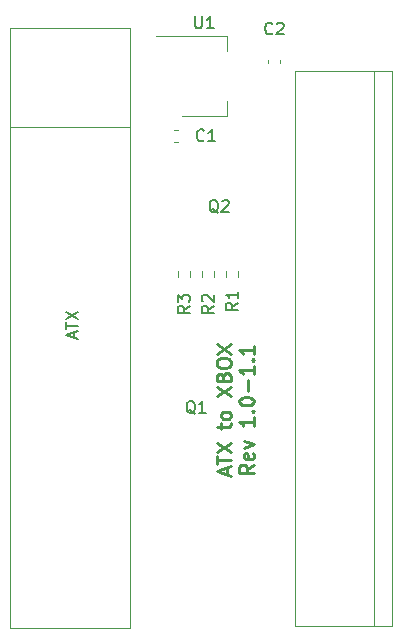
<source format=gbr>
%TF.GenerationSoftware,KiCad,Pcbnew,(6.0.7)*%
%TF.CreationDate,2023-01-08T15:04:34+11:00*%
%TF.ProjectId,Xbox_ATX,58626f78-5f41-4545-982e-6b696361645f,rev?*%
%TF.SameCoordinates,Original*%
%TF.FileFunction,Legend,Top*%
%TF.FilePolarity,Positive*%
%FSLAX46Y46*%
G04 Gerber Fmt 4.6, Leading zero omitted, Abs format (unit mm)*
G04 Created by KiCad (PCBNEW (6.0.7)) date 2023-01-08 15:04:34*
%MOMM*%
%LPD*%
G01*
G04 APERTURE LIST*
%ADD10C,0.250000*%
%ADD11C,0.150000*%
%ADD12C,0.120000*%
G04 APERTURE END LIST*
D10*
X165134000Y-112485714D02*
X165134000Y-111914285D01*
X165476857Y-112600000D02*
X164276857Y-112200000D01*
X165476857Y-111800000D01*
X164276857Y-111571428D02*
X164276857Y-110885714D01*
X165476857Y-111228571D02*
X164276857Y-111228571D01*
X164276857Y-110600000D02*
X165476857Y-109800000D01*
X164276857Y-109800000D02*
X165476857Y-110600000D01*
X164676857Y-108600000D02*
X164676857Y-108142857D01*
X164276857Y-108428571D02*
X165305428Y-108428571D01*
X165419714Y-108371428D01*
X165476857Y-108257142D01*
X165476857Y-108142857D01*
X165476857Y-107571428D02*
X165419714Y-107685714D01*
X165362571Y-107742857D01*
X165248285Y-107800000D01*
X164905428Y-107800000D01*
X164791142Y-107742857D01*
X164734000Y-107685714D01*
X164676857Y-107571428D01*
X164676857Y-107400000D01*
X164734000Y-107285714D01*
X164791142Y-107228571D01*
X164905428Y-107171428D01*
X165248285Y-107171428D01*
X165362571Y-107228571D01*
X165419714Y-107285714D01*
X165476857Y-107400000D01*
X165476857Y-107571428D01*
X164276857Y-105857142D02*
X165476857Y-105057142D01*
X164276857Y-105057142D02*
X165476857Y-105857142D01*
X164848285Y-104200000D02*
X164905428Y-104028571D01*
X164962571Y-103971428D01*
X165076857Y-103914285D01*
X165248285Y-103914285D01*
X165362571Y-103971428D01*
X165419714Y-104028571D01*
X165476857Y-104142857D01*
X165476857Y-104600000D01*
X164276857Y-104600000D01*
X164276857Y-104200000D01*
X164334000Y-104085714D01*
X164391142Y-104028571D01*
X164505428Y-103971428D01*
X164619714Y-103971428D01*
X164734000Y-104028571D01*
X164791142Y-104085714D01*
X164848285Y-104200000D01*
X164848285Y-104600000D01*
X164276857Y-103171428D02*
X164276857Y-102942857D01*
X164334000Y-102828571D01*
X164448285Y-102714285D01*
X164676857Y-102657142D01*
X165076857Y-102657142D01*
X165305428Y-102714285D01*
X165419714Y-102828571D01*
X165476857Y-102942857D01*
X165476857Y-103171428D01*
X165419714Y-103285714D01*
X165305428Y-103400000D01*
X165076857Y-103457142D01*
X164676857Y-103457142D01*
X164448285Y-103400000D01*
X164334000Y-103285714D01*
X164276857Y-103171428D01*
X164276857Y-102257142D02*
X165476857Y-101457142D01*
X164276857Y-101457142D02*
X165476857Y-102257142D01*
X167408857Y-111657142D02*
X166837428Y-112057142D01*
X167408857Y-112342857D02*
X166208857Y-112342857D01*
X166208857Y-111885714D01*
X166266000Y-111771428D01*
X166323142Y-111714285D01*
X166437428Y-111657142D01*
X166608857Y-111657142D01*
X166723142Y-111714285D01*
X166780285Y-111771428D01*
X166837428Y-111885714D01*
X166837428Y-112342857D01*
X167351714Y-110685714D02*
X167408857Y-110800000D01*
X167408857Y-111028571D01*
X167351714Y-111142857D01*
X167237428Y-111200000D01*
X166780285Y-111200000D01*
X166666000Y-111142857D01*
X166608857Y-111028571D01*
X166608857Y-110800000D01*
X166666000Y-110685714D01*
X166780285Y-110628571D01*
X166894571Y-110628571D01*
X167008857Y-111200000D01*
X166608857Y-110228571D02*
X167408857Y-109942857D01*
X166608857Y-109657142D01*
X167408857Y-107657142D02*
X167408857Y-108342857D01*
X167408857Y-108000000D02*
X166208857Y-108000000D01*
X166380285Y-108114285D01*
X166494571Y-108228571D01*
X166551714Y-108342857D01*
X167294571Y-107142857D02*
X167351714Y-107085714D01*
X167408857Y-107142857D01*
X167351714Y-107200000D01*
X167294571Y-107142857D01*
X167408857Y-107142857D01*
X166208857Y-106342857D02*
X166208857Y-106228571D01*
X166266000Y-106114285D01*
X166323142Y-106057142D01*
X166437428Y-106000000D01*
X166666000Y-105942857D01*
X166951714Y-105942857D01*
X167180285Y-106000000D01*
X167294571Y-106057142D01*
X167351714Y-106114285D01*
X167408857Y-106228571D01*
X167408857Y-106342857D01*
X167351714Y-106457142D01*
X167294571Y-106514285D01*
X167180285Y-106571428D01*
X166951714Y-106628571D01*
X166666000Y-106628571D01*
X166437428Y-106571428D01*
X166323142Y-106514285D01*
X166266000Y-106457142D01*
X166208857Y-106342857D01*
X166951714Y-105428571D02*
X166951714Y-104514285D01*
X167408857Y-103314285D02*
X167408857Y-104000000D01*
X167408857Y-103657142D02*
X166208857Y-103657142D01*
X166380285Y-103771428D01*
X166494571Y-103885714D01*
X166551714Y-104000000D01*
X167294571Y-102800000D02*
X167351714Y-102742857D01*
X167408857Y-102800000D01*
X167351714Y-102857142D01*
X167294571Y-102800000D01*
X167408857Y-102800000D01*
X167408857Y-101600000D02*
X167408857Y-102285714D01*
X167408857Y-101942857D02*
X166208857Y-101942857D01*
X166380285Y-102057142D01*
X166494571Y-102171428D01*
X166551714Y-102285714D01*
D11*
%TO.C,C1*%
X163206133Y-84177142D02*
X163158514Y-84224761D01*
X163015657Y-84272380D01*
X162920419Y-84272380D01*
X162777561Y-84224761D01*
X162682323Y-84129523D01*
X162634704Y-84034285D01*
X162587085Y-83843809D01*
X162587085Y-83700952D01*
X162634704Y-83510476D01*
X162682323Y-83415238D01*
X162777561Y-83320000D01*
X162920419Y-83272380D01*
X163015657Y-83272380D01*
X163158514Y-83320000D01*
X163206133Y-83367619D01*
X164158514Y-84272380D02*
X163587085Y-84272380D01*
X163872800Y-84272380D02*
X163872800Y-83272380D01*
X163777561Y-83415238D01*
X163682323Y-83510476D01*
X163587085Y-83558095D01*
%TO.C,J1*%
X152218666Y-100931238D02*
X152218666Y-100455047D01*
X152504380Y-101026476D02*
X151504380Y-100693142D01*
X152504380Y-100359809D01*
X151504380Y-100169333D02*
X151504380Y-99597904D01*
X152504380Y-99883619D02*
X151504380Y-99883619D01*
X151504380Y-99359809D02*
X152504380Y-98693142D01*
X151504380Y-98693142D02*
X152504380Y-99359809D01*
%TO.C,Q1*%
X162464761Y-107354619D02*
X162369523Y-107307000D01*
X162274285Y-107211761D01*
X162131428Y-107068904D01*
X162036190Y-107021285D01*
X161940952Y-107021285D01*
X161988571Y-107259380D02*
X161893333Y-107211761D01*
X161798095Y-107116523D01*
X161750476Y-106926047D01*
X161750476Y-106592714D01*
X161798095Y-106402238D01*
X161893333Y-106307000D01*
X161988571Y-106259380D01*
X162179047Y-106259380D01*
X162274285Y-106307000D01*
X162369523Y-106402238D01*
X162417142Y-106592714D01*
X162417142Y-106926047D01*
X162369523Y-107116523D01*
X162274285Y-107211761D01*
X162179047Y-107259380D01*
X161988571Y-107259380D01*
X163369523Y-107259380D02*
X162798095Y-107259380D01*
X163083809Y-107259380D02*
X163083809Y-106259380D01*
X162988571Y-106402238D01*
X162893333Y-106497476D01*
X162798095Y-106545095D01*
%TO.C,R1*%
X166060380Y-97956666D02*
X165584190Y-98290000D01*
X166060380Y-98528095D02*
X165060380Y-98528095D01*
X165060380Y-98147142D01*
X165108000Y-98051904D01*
X165155619Y-98004285D01*
X165250857Y-97956666D01*
X165393714Y-97956666D01*
X165488952Y-98004285D01*
X165536571Y-98051904D01*
X165584190Y-98147142D01*
X165584190Y-98528095D01*
X166060380Y-97004285D02*
X166060380Y-97575714D01*
X166060380Y-97290000D02*
X165060380Y-97290000D01*
X165203238Y-97385238D01*
X165298476Y-97480476D01*
X165346095Y-97575714D01*
%TO.C,Q2*%
X164404761Y-90347619D02*
X164309523Y-90300000D01*
X164214285Y-90204761D01*
X164071428Y-90061904D01*
X163976190Y-90014285D01*
X163880952Y-90014285D01*
X163928571Y-90252380D02*
X163833333Y-90204761D01*
X163738095Y-90109523D01*
X163690476Y-89919047D01*
X163690476Y-89585714D01*
X163738095Y-89395238D01*
X163833333Y-89300000D01*
X163928571Y-89252380D01*
X164119047Y-89252380D01*
X164214285Y-89300000D01*
X164309523Y-89395238D01*
X164357142Y-89585714D01*
X164357142Y-89919047D01*
X164309523Y-90109523D01*
X164214285Y-90204761D01*
X164119047Y-90252380D01*
X163928571Y-90252380D01*
X164738095Y-89347619D02*
X164785714Y-89300000D01*
X164880952Y-89252380D01*
X165119047Y-89252380D01*
X165214285Y-89300000D01*
X165261904Y-89347619D01*
X165309523Y-89442857D01*
X165309523Y-89538095D01*
X165261904Y-89680952D01*
X164690476Y-90252380D01*
X165309523Y-90252380D01*
%TO.C,R3*%
X161996380Y-98210666D02*
X161520190Y-98544000D01*
X161996380Y-98782095D02*
X160996380Y-98782095D01*
X160996380Y-98401142D01*
X161044000Y-98305904D01*
X161091619Y-98258285D01*
X161186857Y-98210666D01*
X161329714Y-98210666D01*
X161424952Y-98258285D01*
X161472571Y-98305904D01*
X161520190Y-98401142D01*
X161520190Y-98782095D01*
X160996380Y-97877333D02*
X160996380Y-97258285D01*
X161377333Y-97591619D01*
X161377333Y-97448761D01*
X161424952Y-97353523D01*
X161472571Y-97305904D01*
X161567809Y-97258285D01*
X161805904Y-97258285D01*
X161901142Y-97305904D01*
X161948761Y-97353523D01*
X161996380Y-97448761D01*
X161996380Y-97734476D01*
X161948761Y-97829714D01*
X161901142Y-97877333D01*
%TO.C,C2*%
X168997333Y-75133142D02*
X168949714Y-75180761D01*
X168806857Y-75228380D01*
X168711619Y-75228380D01*
X168568761Y-75180761D01*
X168473523Y-75085523D01*
X168425904Y-74990285D01*
X168378285Y-74799809D01*
X168378285Y-74656952D01*
X168425904Y-74466476D01*
X168473523Y-74371238D01*
X168568761Y-74276000D01*
X168711619Y-74228380D01*
X168806857Y-74228380D01*
X168949714Y-74276000D01*
X168997333Y-74323619D01*
X169378285Y-74323619D02*
X169425904Y-74276000D01*
X169521142Y-74228380D01*
X169759238Y-74228380D01*
X169854476Y-74276000D01*
X169902095Y-74323619D01*
X169949714Y-74418857D01*
X169949714Y-74514095D01*
X169902095Y-74656952D01*
X169330666Y-75228380D01*
X169949714Y-75228380D01*
%TO.C,R2*%
X164028380Y-98210666D02*
X163552190Y-98544000D01*
X164028380Y-98782095D02*
X163028380Y-98782095D01*
X163028380Y-98401142D01*
X163076000Y-98305904D01*
X163123619Y-98258285D01*
X163218857Y-98210666D01*
X163361714Y-98210666D01*
X163456952Y-98258285D01*
X163504571Y-98305904D01*
X163552190Y-98401142D01*
X163552190Y-98782095D01*
X163123619Y-97829714D02*
X163076000Y-97782095D01*
X163028380Y-97686857D01*
X163028380Y-97448761D01*
X163076000Y-97353523D01*
X163123619Y-97305904D01*
X163218857Y-97258285D01*
X163314095Y-97258285D01*
X163456952Y-97305904D01*
X164028380Y-97877333D01*
X164028380Y-97258285D01*
%TO.C,U1*%
X162458095Y-73692380D02*
X162458095Y-74501904D01*
X162505714Y-74597142D01*
X162553333Y-74644761D01*
X162648571Y-74692380D01*
X162839047Y-74692380D01*
X162934285Y-74644761D01*
X162981904Y-74597142D01*
X163029523Y-74501904D01*
X163029523Y-73692380D01*
X164029523Y-74692380D02*
X163458095Y-74692380D01*
X163743809Y-74692380D02*
X163743809Y-73692380D01*
X163648571Y-73835238D01*
X163553333Y-73930476D01*
X163458095Y-73978095D01*
D12*
%TO.C,J2*%
X179160000Y-78330000D02*
X179160000Y-125310000D01*
X170875200Y-78293600D02*
X179132400Y-78311800D01*
X170953600Y-125301800D02*
X170902800Y-78311800D01*
X179160000Y-125310000D02*
X178160000Y-125310000D01*
X177583000Y-125301800D02*
X177583000Y-78321800D01*
X178160000Y-125310000D02*
X170953600Y-125301800D01*
%TO.C,C1*%
X160692220Y-84330000D02*
X160973380Y-84330000D01*
X160692220Y-83310000D02*
X160973380Y-83310000D01*
%TO.C,J1*%
X146812000Y-83036000D02*
X156972000Y-83036000D01*
X146812000Y-125476000D02*
X156972000Y-125476000D01*
X156972000Y-125476000D02*
X156972000Y-74676000D01*
X156972000Y-74676000D02*
X146812000Y-74676000D01*
X146812000Y-74676000D02*
X146812000Y-125476000D01*
%TO.C,R1*%
X165085500Y-95741258D02*
X165085500Y-95266742D01*
X166130500Y-95741258D02*
X166130500Y-95266742D01*
%TO.C,R3*%
X161021500Y-95741258D02*
X161021500Y-95266742D01*
X162066500Y-95741258D02*
X162066500Y-95266742D01*
%TO.C,C2*%
X168654000Y-77359420D02*
X168654000Y-77640580D01*
X169674000Y-77359420D02*
X169674000Y-77640580D01*
%TO.C,R2*%
X164098500Y-95266742D02*
X164098500Y-95741258D01*
X163053500Y-95266742D02*
X163053500Y-95741258D01*
%TO.C,U1*%
X161370000Y-82150000D02*
X165130000Y-82150000D01*
X159120000Y-75330000D02*
X165130000Y-75330000D01*
X165130000Y-82150000D02*
X165130000Y-80890000D01*
X165130000Y-75330000D02*
X165130000Y-76590000D01*
%TD*%
M02*

</source>
